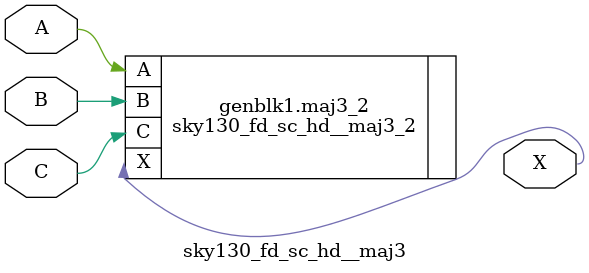
<source format=v>
`default_nettype none

module sky130_fd_sc_hd__maj3 #(
    parameter integer DRIVE_LEVEL = 2
) (
    X,
    A,
    B,
    C
);

    // Module ports
    output wire X;
    input  wire A;
    input  wire B;
    input  wire C;

    generate
        if (DRIVE_LEVEL == 2) begin
            sky130_fd_sc_hd__maj3_2 maj3_2 (
`ifdef USE_POWER_PINS
                .VPWR (1'b1),
                .VGND (1'b0),
                .VPB  (1'b1),
                .VNB  (1'b0),
`endif
                .X    (X),
                .A    (A),
                .B    (B),
                .C    (C)
            );
        end else begin
            // Check sky130 cell library for your requirement and add case
            $error("DRIVE_LEVEL=%d is not implemented", DRIVE_LEVEL);
        end
    endgenerate

endmodule

</source>
